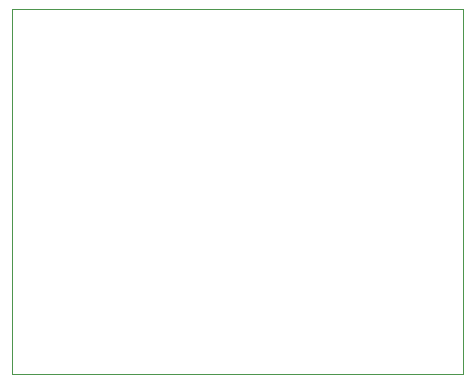
<source format=gbr>
G04 #@! TF.FileFunction,Profile,NP*
%FSLAX46Y46*%
G04 Gerber Fmt 4.6, Leading zero omitted, Abs format (unit mm)*
G04 Created by KiCad (PCBNEW 4.0.1-stable) date 24/03/2016 3:42:33 PM*
%MOMM*%
G01*
G04 APERTURE LIST*
%ADD10C,0.100000*%
G04 APERTURE END LIST*
D10*
X78791260Y-126093220D02*
X116936980Y-126093220D01*
X78783640Y-95196660D02*
X116942060Y-95196660D01*
X78786180Y-126090680D02*
X78786180Y-95201740D01*
X116939800Y-95882000D02*
X116939800Y-95207000D01*
X116939800Y-95882000D02*
X116939800Y-126107000D01*
M02*

</source>
